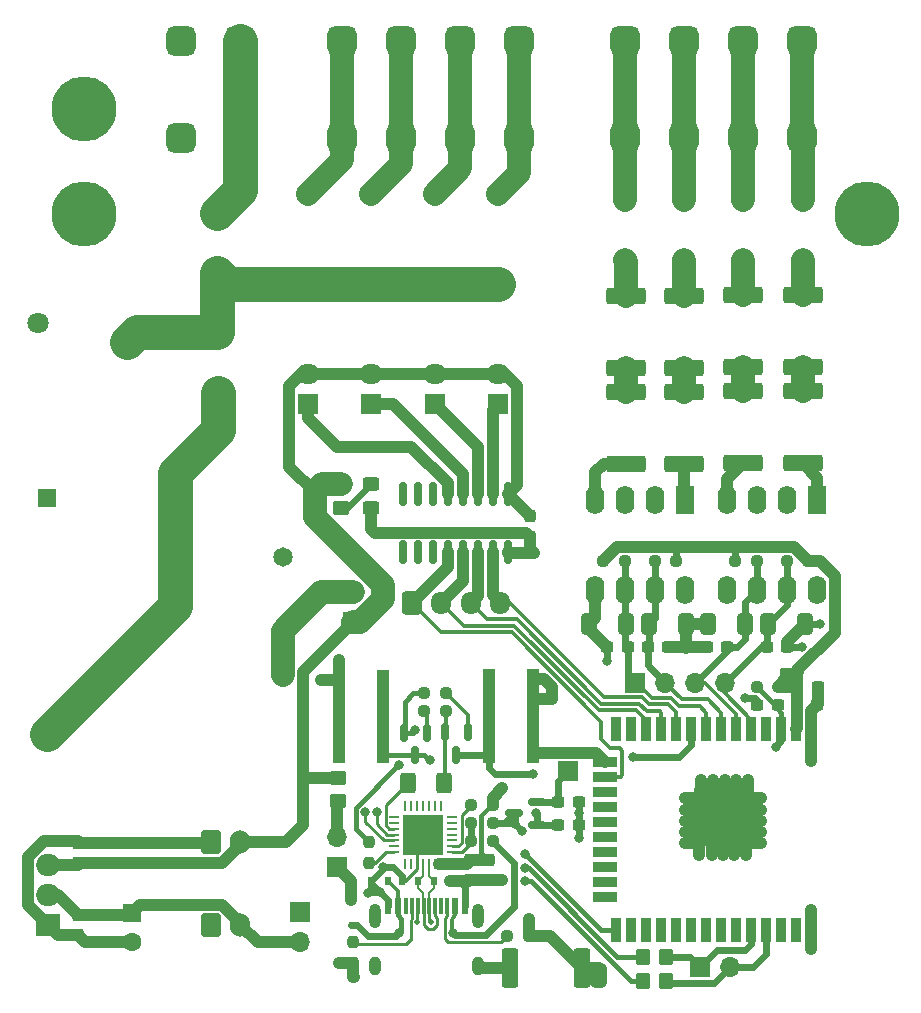
<source format=gtl>
G04 #@! TF.GenerationSoftware,KiCad,Pcbnew,(6.0.2)*
G04 #@! TF.CreationDate,2022-02-26T22:04:41+01:00*
G04 #@! TF.ProjectId,hamodule,68616d6f-6475-46c6-952e-6b696361645f,rev?*
G04 #@! TF.SameCoordinates,Original*
G04 #@! TF.FileFunction,Copper,L1,Top*
G04 #@! TF.FilePolarity,Positive*
%FSLAX46Y46*%
G04 Gerber Fmt 4.6, Leading zero omitted, Abs format (unit mm)*
G04 Created by KiCad (PCBNEW (6.0.2)) date 2022-02-26 22:04:41*
%MOMM*%
%LPD*%
G01*
G04 APERTURE LIST*
G04 Aperture macros list*
%AMRoundRect*
0 Rectangle with rounded corners*
0 $1 Rounding radius*
0 $2 $3 $4 $5 $6 $7 $8 $9 X,Y pos of 4 corners*
0 Add a 4 corners polygon primitive as box body*
4,1,4,$2,$3,$4,$5,$6,$7,$8,$9,$2,$3,0*
0 Add four circle primitives for the rounded corners*
1,1,$1+$1,$2,$3*
1,1,$1+$1,$4,$5*
1,1,$1+$1,$6,$7*
1,1,$1+$1,$8,$9*
0 Add four rect primitives between the rounded corners*
20,1,$1+$1,$2,$3,$4,$5,0*
20,1,$1+$1,$4,$5,$6,$7,0*
20,1,$1+$1,$6,$7,$8,$9,0*
20,1,$1+$1,$8,$9,$2,$3,0*%
G04 Aperture macros list end*
G04 #@! TA.AperFunction,ComponentPad*
%ADD10R,1.700000X1.700000*%
G04 #@! TD*
G04 #@! TA.AperFunction,ComponentPad*
%ADD11O,1.700000X1.700000*%
G04 #@! TD*
G04 #@! TA.AperFunction,SMDPad,CuDef*
%ADD12RoundRect,0.250000X-0.412500X-0.650000X0.412500X-0.650000X0.412500X0.650000X-0.412500X0.650000X0*%
G04 #@! TD*
G04 #@! TA.AperFunction,SMDPad,CuDef*
%ADD13RoundRect,0.249999X-1.425001X0.450001X-1.425001X-0.450001X1.425001X-0.450001X1.425001X0.450001X0*%
G04 #@! TD*
G04 #@! TA.AperFunction,ComponentPad*
%ADD14C,1.800000*%
G04 #@! TD*
G04 #@! TA.AperFunction,SMDPad,CuDef*
%ADD15RoundRect,0.250000X0.450000X-0.325000X0.450000X0.325000X-0.450000X0.325000X-0.450000X-0.325000X0*%
G04 #@! TD*
G04 #@! TA.AperFunction,SMDPad,CuDef*
%ADD16RoundRect,0.250000X0.450000X-0.350000X0.450000X0.350000X-0.450000X0.350000X-0.450000X-0.350000X0*%
G04 #@! TD*
G04 #@! TA.AperFunction,ComponentPad*
%ADD17RoundRect,0.250000X-0.600000X-0.750000X0.600000X-0.750000X0.600000X0.750000X-0.600000X0.750000X0*%
G04 #@! TD*
G04 #@! TA.AperFunction,ComponentPad*
%ADD18O,1.700000X2.000000*%
G04 #@! TD*
G04 #@! TA.AperFunction,SMDPad,CuDef*
%ADD19RoundRect,0.237500X-0.237500X0.300000X-0.237500X-0.300000X0.237500X-0.300000X0.237500X0.300000X0*%
G04 #@! TD*
G04 #@! TA.AperFunction,SMDPad,CuDef*
%ADD20RoundRect,0.237500X0.237500X-0.300000X0.237500X0.300000X-0.237500X0.300000X-0.237500X-0.300000X0*%
G04 #@! TD*
G04 #@! TA.AperFunction,ComponentPad*
%ADD21RoundRect,0.250000X-0.600000X-0.725000X0.600000X-0.725000X0.600000X0.725000X-0.600000X0.725000X0*%
G04 #@! TD*
G04 #@! TA.AperFunction,ComponentPad*
%ADD22O,1.700000X1.950000*%
G04 #@! TD*
G04 #@! TA.AperFunction,ComponentPad*
%ADD23R,1.650000X1.650000*%
G04 #@! TD*
G04 #@! TA.AperFunction,ComponentPad*
%ADD24C,1.650000*%
G04 #@! TD*
G04 #@! TA.AperFunction,ComponentPad*
%ADD25R,2.000000X1.905000*%
G04 #@! TD*
G04 #@! TA.AperFunction,ComponentPad*
%ADD26O,2.000000X1.905000*%
G04 #@! TD*
G04 #@! TA.AperFunction,ComponentPad*
%ADD27C,2.000000*%
G04 #@! TD*
G04 #@! TA.AperFunction,ComponentPad*
%ADD28O,1.950000X1.700000*%
G04 #@! TD*
G04 #@! TA.AperFunction,ComponentPad*
%ADD29RoundRect,0.625000X0.625000X0.625000X-0.625000X0.625000X-0.625000X-0.625000X0.625000X-0.625000X0*%
G04 #@! TD*
G04 #@! TA.AperFunction,ComponentPad*
%ADD30C,5.500000*%
G04 #@! TD*
G04 #@! TA.AperFunction,SMDPad,CuDef*
%ADD31RoundRect,0.150000X0.150000X-0.825000X0.150000X0.825000X-0.150000X0.825000X-0.150000X-0.825000X0*%
G04 #@! TD*
G04 #@! TA.AperFunction,SMDPad,CuDef*
%ADD32RoundRect,0.237500X-0.300000X-0.237500X0.300000X-0.237500X0.300000X0.237500X-0.300000X0.237500X0*%
G04 #@! TD*
G04 #@! TA.AperFunction,SMDPad,CuDef*
%ADD33RoundRect,0.237500X0.300000X0.237500X-0.300000X0.237500X-0.300000X-0.237500X0.300000X-0.237500X0*%
G04 #@! TD*
G04 #@! TA.AperFunction,SMDPad,CuDef*
%ADD34RoundRect,0.250000X0.412500X0.650000X-0.412500X0.650000X-0.412500X-0.650000X0.412500X-0.650000X0*%
G04 #@! TD*
G04 #@! TA.AperFunction,ComponentPad*
%ADD35R,1.600000X2.400000*%
G04 #@! TD*
G04 #@! TA.AperFunction,ComponentPad*
%ADD36O,1.600000X2.400000*%
G04 #@! TD*
G04 #@! TA.AperFunction,SMDPad,CuDef*
%ADD37RoundRect,0.237500X-0.250000X-0.237500X0.250000X-0.237500X0.250000X0.237500X-0.250000X0.237500X0*%
G04 #@! TD*
G04 #@! TA.AperFunction,SMDPad,CuDef*
%ADD38RoundRect,0.150000X-0.150000X0.587500X-0.150000X-0.587500X0.150000X-0.587500X0.150000X0.587500X0*%
G04 #@! TD*
G04 #@! TA.AperFunction,SMDPad,CuDef*
%ADD39RoundRect,0.237500X0.250000X0.237500X-0.250000X0.237500X-0.250000X-0.237500X0.250000X-0.237500X0*%
G04 #@! TD*
G04 #@! TA.AperFunction,SMDPad,CuDef*
%ADD40R,0.600000X0.700000*%
G04 #@! TD*
G04 #@! TA.AperFunction,SMDPad,CuDef*
%ADD41R,1.100000X1.800000*%
G04 #@! TD*
G04 #@! TA.AperFunction,SMDPad,CuDef*
%ADD42RoundRect,0.237500X-0.237500X0.250000X-0.237500X-0.250000X0.237500X-0.250000X0.237500X0.250000X0*%
G04 #@! TD*
G04 #@! TA.AperFunction,SMDPad,CuDef*
%ADD43R,0.450000X0.600000*%
G04 #@! TD*
G04 #@! TA.AperFunction,SMDPad,CuDef*
%ADD44R,0.900000X2.000000*%
G04 #@! TD*
G04 #@! TA.AperFunction,SMDPad,CuDef*
%ADD45R,2.000000X0.900000*%
G04 #@! TD*
G04 #@! TA.AperFunction,SMDPad,CuDef*
%ADD46R,5.000000X5.000000*%
G04 #@! TD*
G04 #@! TA.AperFunction,SMDPad,CuDef*
%ADD47RoundRect,0.150000X0.587500X0.150000X-0.587500X0.150000X-0.587500X-0.150000X0.587500X-0.150000X0*%
G04 #@! TD*
G04 #@! TA.AperFunction,SMDPad,CuDef*
%ADD48RoundRect,0.250000X0.400000X0.625000X-0.400000X0.625000X-0.400000X-0.625000X0.400000X-0.625000X0*%
G04 #@! TD*
G04 #@! TA.AperFunction,SMDPad,CuDef*
%ADD49RoundRect,0.250000X0.350000X0.450000X-0.350000X0.450000X-0.350000X-0.450000X0.350000X-0.450000X0*%
G04 #@! TD*
G04 #@! TA.AperFunction,SMDPad,CuDef*
%ADD50RoundRect,0.062500X0.062500X-0.337500X0.062500X0.337500X-0.062500X0.337500X-0.062500X-0.337500X0*%
G04 #@! TD*
G04 #@! TA.AperFunction,SMDPad,CuDef*
%ADD51RoundRect,0.062500X0.337500X-0.062500X0.337500X0.062500X-0.337500X0.062500X-0.337500X-0.062500X0*%
G04 #@! TD*
G04 #@! TA.AperFunction,SMDPad,CuDef*
%ADD52R,3.350000X3.350000*%
G04 #@! TD*
G04 #@! TA.AperFunction,ComponentPad*
%ADD53C,1.408000*%
G04 #@! TD*
G04 #@! TA.AperFunction,SMDPad,CuDef*
%ADD54R,0.600000X1.450000*%
G04 #@! TD*
G04 #@! TA.AperFunction,SMDPad,CuDef*
%ADD55R,0.300000X1.450000*%
G04 #@! TD*
G04 #@! TA.AperFunction,ComponentPad*
%ADD56O,1.000000X2.100000*%
G04 #@! TD*
G04 #@! TA.AperFunction,ComponentPad*
%ADD57O,1.000000X1.600000*%
G04 #@! TD*
G04 #@! TA.AperFunction,SMDPad,CuDef*
%ADD58RoundRect,0.250000X-0.450000X0.350000X-0.450000X-0.350000X0.450000X-0.350000X0.450000X0.350000X0*%
G04 #@! TD*
G04 #@! TA.AperFunction,SMDPad,CuDef*
%ADD59RoundRect,0.249999X-0.450001X-1.425001X0.450001X-1.425001X0.450001X1.425001X-0.450001X1.425001X0*%
G04 #@! TD*
G04 #@! TA.AperFunction,ComponentPad*
%ADD60R,1.600000X1.600000*%
G04 #@! TD*
G04 #@! TA.AperFunction,ComponentPad*
%ADD61C,1.600000*%
G04 #@! TD*
G04 #@! TA.AperFunction,ViaPad*
%ADD62C,0.800000*%
G04 #@! TD*
G04 #@! TA.AperFunction,ViaPad*
%ADD63C,0.500000*%
G04 #@! TD*
G04 #@! TA.AperFunction,Conductor*
%ADD64C,3.000000*%
G04 #@! TD*
G04 #@! TA.AperFunction,Conductor*
%ADD65C,1.000000*%
G04 #@! TD*
G04 #@! TA.AperFunction,Conductor*
%ADD66C,2.000000*%
G04 #@! TD*
G04 #@! TA.AperFunction,Conductor*
%ADD67C,0.250000*%
G04 #@! TD*
G04 #@! TA.AperFunction,Conductor*
%ADD68C,0.600000*%
G04 #@! TD*
G04 #@! TA.AperFunction,Conductor*
%ADD69C,0.350000*%
G04 #@! TD*
G04 #@! TA.AperFunction,Conductor*
%ADD70C,0.400000*%
G04 #@! TD*
G04 #@! TA.AperFunction,Conductor*
%ADD71C,0.200000*%
G04 #@! TD*
G04 APERTURE END LIST*
D10*
X150558500Y-144538700D03*
D11*
X150558500Y-147078700D03*
D12*
X180097900Y-120103900D03*
X183222900Y-120103900D03*
D13*
X178142900Y-92316300D03*
X178142900Y-98416300D03*
X183070500Y-92316300D03*
X183070500Y-98416300D03*
D14*
X128386500Y-94623500D03*
X135886500Y-96256830D03*
D13*
X183070500Y-100444300D03*
X183070500Y-106544300D03*
X178142900Y-100444300D03*
X178142900Y-106544300D03*
D15*
X156604500Y-110313500D03*
X156604500Y-108263500D03*
D16*
X154064500Y-110297500D03*
X154064500Y-108297500D03*
D17*
X143009300Y-138603500D03*
D18*
X145509300Y-138603500D03*
D10*
X155080500Y-119965500D03*
D11*
X155080500Y-117425500D03*
D19*
X131762500Y-144752000D03*
X131762500Y-146477000D03*
D20*
X131762500Y-140381000D03*
X131762500Y-138656000D03*
D21*
X160026500Y-118314500D03*
D22*
X162526500Y-118314500D03*
X165026500Y-118314500D03*
X167526500Y-118314500D03*
D19*
X170066500Y-110984000D03*
X170066500Y-112709000D03*
D23*
X129136100Y-109443500D03*
D24*
X129136100Y-129443500D03*
X149136100Y-124443500D03*
X149136100Y-114443500D03*
D25*
X129222500Y-145605500D03*
D26*
X129222500Y-143065500D03*
X129222500Y-140525500D03*
D27*
X151218900Y-83731100D03*
X151218900Y-91351100D03*
D10*
X151218900Y-101511100D03*
D28*
X151218900Y-98971100D03*
D27*
X156616400Y-83711601D03*
X156616400Y-91331601D03*
D10*
X156616400Y-101491601D03*
D28*
X156616400Y-98951601D03*
D27*
X167358400Y-83711601D03*
X167358400Y-91331601D03*
D10*
X167358400Y-101491601D03*
D28*
X167358400Y-98951601D03*
D29*
X169146500Y-78953500D03*
X169146500Y-70753501D03*
X164146500Y-78953500D03*
X164146500Y-70753501D03*
X159146500Y-78953500D03*
X159146500Y-70753501D03*
X154146500Y-78953500D03*
X154146500Y-70753501D03*
X145500100Y-78977099D03*
X145500100Y-70777100D03*
X140500100Y-78977099D03*
X140500100Y-70777100D03*
X193106500Y-78913499D03*
X193106500Y-70713500D03*
X188106500Y-78913499D03*
X188106500Y-70713500D03*
X183106500Y-78913499D03*
X183106500Y-70713500D03*
X178106500Y-78913499D03*
X178106500Y-70713500D03*
D27*
X143546500Y-85283500D03*
X143536500Y-90363500D03*
D30*
X198564500Y-85407500D03*
X132270500Y-85407500D03*
D27*
X161960900Y-83711601D03*
X161960900Y-91331601D03*
D10*
X161960900Y-101491601D03*
D28*
X161960900Y-98951601D03*
D30*
X132256500Y-76503500D03*
D31*
X159271500Y-114058500D03*
X160541500Y-114058500D03*
X161811500Y-114058500D03*
X163081500Y-114058500D03*
X164351500Y-114058500D03*
X165621500Y-114058500D03*
X166891500Y-114058500D03*
X168161500Y-114058500D03*
X168161500Y-109108500D03*
X166891500Y-109108500D03*
X165621500Y-109108500D03*
X164351500Y-109108500D03*
X163081500Y-109108500D03*
X161811500Y-109108500D03*
X160541500Y-109108500D03*
X159271500Y-109108500D03*
D32*
X180022500Y-122085100D03*
X181747500Y-122085100D03*
D33*
X186725900Y-122085100D03*
X185000900Y-122085100D03*
D34*
X188239800Y-120103900D03*
X185114800Y-120103900D03*
D12*
X190182500Y-120103900D03*
X193307500Y-120103900D03*
D13*
X193128900Y-100393500D03*
X193128900Y-106493500D03*
X188099700Y-92265500D03*
X188099700Y-98365500D03*
X193128900Y-92261500D03*
X193128900Y-98361500D03*
D35*
X183172100Y-109639100D03*
D36*
X180632100Y-109639100D03*
X178092100Y-109639100D03*
X175552100Y-109639100D03*
X175552100Y-117259100D03*
X178092100Y-117259100D03*
X180632100Y-117259100D03*
X183172100Y-117259100D03*
D35*
X194348100Y-109639100D03*
D36*
X191808100Y-109639100D03*
X189268100Y-109639100D03*
X186728100Y-109639100D03*
X186728100Y-117259100D03*
X189268100Y-117259100D03*
X191808100Y-117259100D03*
X194348100Y-117259100D03*
D13*
X188099700Y-100393500D03*
X188099700Y-106493500D03*
D33*
X178295300Y-122085100D03*
X176570300Y-122085100D03*
D32*
X190080900Y-122085100D03*
X191805900Y-122085100D03*
D37*
X189256000Y-125412500D03*
X191081000Y-125412500D03*
D32*
X192659000Y-125412500D03*
X194384000Y-125412500D03*
D33*
X191018500Y-126936500D03*
X189293500Y-126936500D03*
D38*
X164746500Y-129298500D03*
X162846500Y-129298500D03*
X163796500Y-131173500D03*
D37*
X161071500Y-127513500D03*
X162896500Y-127513500D03*
D39*
X162896500Y-125983500D03*
X161071500Y-125983500D03*
D40*
X157983000Y-141900900D03*
X156583000Y-141900900D03*
D17*
X143009300Y-145580100D03*
D18*
X145509300Y-145580100D03*
D41*
X166566500Y-124803500D03*
X166566500Y-131003500D03*
X170266500Y-131003500D03*
X170266500Y-124803500D03*
X157556500Y-124833500D03*
X157556500Y-131033500D03*
X153856500Y-124833500D03*
X153856500Y-131033500D03*
D19*
X164974900Y-140078300D03*
X164974900Y-141803300D03*
D37*
X165065500Y-135410900D03*
X166890500Y-135410900D03*
D39*
X166890500Y-138458900D03*
X165065500Y-138458900D03*
D37*
X165065500Y-136934900D03*
X166890500Y-136934900D03*
D19*
X166574900Y-140084800D03*
X166574900Y-141809800D03*
D42*
X156406500Y-138553000D03*
X156406500Y-140378000D03*
D43*
X154876500Y-143514100D03*
X154876500Y-145614100D03*
D40*
X160583000Y-141900900D03*
X159183000Y-141900900D03*
X161893000Y-141900900D03*
X163293000Y-141900900D03*
D44*
X193865500Y-128986500D03*
X192595500Y-128986500D03*
X191325500Y-128986500D03*
X190055500Y-128986500D03*
X188785500Y-128986500D03*
X187515500Y-128986500D03*
X186245500Y-128986500D03*
X184975500Y-128986500D03*
X183705500Y-128986500D03*
X182435500Y-128986500D03*
X181165500Y-128986500D03*
X179895500Y-128986500D03*
X178625500Y-128986500D03*
X177355500Y-128986500D03*
D45*
X176355500Y-131771500D03*
X176355500Y-133041500D03*
X176355500Y-134311500D03*
X176355500Y-135581500D03*
X176355500Y-136851500D03*
X176355500Y-138121500D03*
X176355500Y-139391500D03*
X176355500Y-140661500D03*
X176355500Y-141931500D03*
X176355500Y-143201500D03*
D44*
X177355500Y-145986500D03*
X178625500Y-145986500D03*
X179895500Y-145986500D03*
X181165500Y-145986500D03*
X182435500Y-145986500D03*
X183705500Y-145986500D03*
X184975500Y-145986500D03*
X186245500Y-145986500D03*
X187515500Y-145986500D03*
X188785500Y-145986500D03*
X190055500Y-145986500D03*
X191325500Y-145986500D03*
X192595500Y-145986500D03*
X193865500Y-145986500D03*
D46*
X186365500Y-136486500D03*
D38*
X161286500Y-129308500D03*
X159386500Y-129308500D03*
X160336500Y-131183500D03*
D10*
X178955700Y-125082300D03*
D11*
X181495700Y-125082300D03*
X184035700Y-125082300D03*
X186575700Y-125082300D03*
D10*
X184442100Y-149161500D03*
D11*
X186982100Y-149161500D03*
D47*
X170596800Y-137091500D03*
X170596800Y-135191500D03*
X168721800Y-136141500D03*
D48*
X162779000Y-133575500D03*
X159679000Y-133575500D03*
D49*
X181578000Y-150304500D03*
X179578000Y-150304500D03*
X181578000Y-148272500D03*
X179578000Y-148272500D03*
D50*
X159483000Y-140390900D03*
X159983000Y-140390900D03*
X160483000Y-140390900D03*
X160983000Y-140390900D03*
X161483000Y-140390900D03*
X161983000Y-140390900D03*
X162483000Y-140390900D03*
D51*
X163433000Y-139440900D03*
X163433000Y-138940900D03*
X163433000Y-138440900D03*
X163433000Y-137940900D03*
X163433000Y-137440900D03*
X163433000Y-136940900D03*
X163433000Y-136440900D03*
D50*
X162483000Y-135490900D03*
X161983000Y-135490900D03*
X161483000Y-135490900D03*
X160983000Y-135490900D03*
X160483000Y-135490900D03*
X159983000Y-135490900D03*
X159483000Y-135490900D03*
D51*
X158533000Y-136440900D03*
X158533000Y-136940900D03*
X158533000Y-137440900D03*
X158533000Y-137940900D03*
X158533000Y-138440900D03*
X158533000Y-138940900D03*
X158533000Y-139440900D03*
D52*
X160983000Y-137940900D03*
D32*
X192648500Y-126936500D03*
X194373500Y-126936500D03*
D34*
X178168300Y-120103900D03*
X175043300Y-120103900D03*
D10*
X153733500Y-140708300D03*
D11*
X153733500Y-138168300D03*
D32*
X172446500Y-137093500D03*
X174171500Y-137093500D03*
X172446500Y-135193500D03*
X174171500Y-135193500D03*
D37*
X168096500Y-146513500D03*
X169921500Y-146513500D03*
X187413900Y-114795300D03*
X189238900Y-114795300D03*
D53*
X183070500Y-89319100D03*
X183070500Y-84239100D03*
D37*
X176241700Y-114795300D03*
X178066700Y-114795300D03*
D53*
X193128900Y-89319100D03*
X193128900Y-84239100D03*
D54*
X158023000Y-143955900D03*
X158823000Y-143955900D03*
D55*
X160023000Y-143955900D03*
X161023000Y-143955900D03*
X161523000Y-143955900D03*
X162523000Y-143955900D03*
D54*
X163723000Y-143955900D03*
X164523000Y-143955900D03*
X164523000Y-143955900D03*
X163723000Y-143955900D03*
D55*
X163023000Y-143955900D03*
X162023000Y-143955900D03*
X160523000Y-143955900D03*
X159523000Y-143955900D03*
D54*
X158823000Y-143955900D03*
X158023000Y-143955900D03*
D56*
X165593000Y-144870900D03*
D57*
X165593000Y-149050900D03*
D56*
X156953000Y-144870900D03*
D57*
X156953000Y-149050900D03*
D39*
X193607700Y-114795300D03*
X191782700Y-114795300D03*
D53*
X188099700Y-89319100D03*
X188099700Y-84239100D03*
D27*
X143546500Y-95413500D03*
X143536500Y-100493500D03*
D10*
X173236500Y-132583500D03*
D58*
X153806500Y-133135500D03*
X153806500Y-135135500D03*
D59*
X168326500Y-149243500D03*
X174426500Y-149243500D03*
D60*
X136334500Y-144575521D03*
D61*
X136334500Y-147075521D03*
D53*
X178092100Y-89319100D03*
X178092100Y-84239100D03*
D39*
X182435500Y-114795300D03*
X180610500Y-114795300D03*
D42*
X155086500Y-147013500D03*
X155086500Y-148838500D03*
D62*
X170573700Y-136105900D03*
X167701500Y-134028500D03*
X191731900Y-124421900D03*
X192671700Y-124432420D03*
X190836500Y-130523500D03*
X170286500Y-132823500D03*
D63*
X160503000Y-145380900D03*
X161623000Y-145380900D03*
D62*
X169646500Y-139593500D03*
X161536500Y-131663500D03*
X160296500Y-129123000D03*
X158966500Y-132033500D03*
X158983000Y-146300784D03*
X163543000Y-146300900D03*
X178752500Y-131409620D03*
X193846500Y-147643500D03*
X183172100Y-135851900D03*
X184340500Y-139712700D03*
X185407300Y-139712700D03*
X186372500Y-139712700D03*
X188353700Y-139712700D03*
X187337700Y-139712700D03*
X185559700Y-133311900D03*
X189572900Y-136766300D03*
X162116300Y-136856500D03*
X160926500Y-139103900D03*
X157356500Y-142843500D03*
X184492900Y-133311900D03*
X159786500Y-139103900D03*
X188201300Y-126403100D03*
X157856500Y-112383490D03*
X155106500Y-150003500D03*
X162106500Y-139173900D03*
X193856500Y-144343500D03*
X189572900Y-135851900D03*
X183781700Y-122085100D03*
X174186500Y-136153500D03*
X171912632Y-125487368D03*
X186524900Y-133311900D03*
X189572900Y-137731500D03*
X169436500Y-114123500D03*
X171916500Y-126443500D03*
X193078100Y-122085100D03*
X176026500Y-150453500D03*
X183172100Y-138645900D03*
X193865500Y-130644900D03*
X156896490Y-112383490D03*
X170406500Y-114103500D03*
X158846500Y-112383500D03*
X167755100Y-141809500D03*
X159796500Y-137999500D03*
X160922500Y-137974100D03*
X160922500Y-136856500D03*
X169936500Y-145103500D03*
X152346500Y-124823500D03*
X187490100Y-133311900D03*
X183172100Y-134886700D03*
X157612099Y-140708899D03*
X174186500Y-138213500D03*
X153856500Y-123153500D03*
X176568100Y-123253500D03*
X176026500Y-149363500D03*
X183172100Y-136766300D03*
X168736500Y-137013500D03*
X182918100Y-122085100D03*
X156324300Y-142862300D03*
X153826500Y-148833500D03*
X159804900Y-136881900D03*
X164021100Y-141900900D03*
X183172100Y-137731500D03*
X189572900Y-134886700D03*
X189572900Y-138645900D03*
X194602100Y-120103900D03*
X169336500Y-137673500D03*
X162090900Y-137948700D03*
X193865500Y-131686300D03*
X188506100Y-133311900D03*
X169626500Y-140793500D03*
X156066500Y-136005500D03*
X157083980Y-136013900D03*
X169583900Y-141885700D03*
D64*
X143536500Y-90363500D02*
X143536500Y-95403500D01*
X143546500Y-95413500D02*
X136729830Y-95413500D01*
X143536500Y-95403500D02*
X143546500Y-95413500D01*
X167358400Y-91331601D02*
X144504601Y-91331601D01*
X144504601Y-91331601D02*
X143536500Y-90363500D01*
X136729830Y-95413500D02*
X135886500Y-96256830D01*
D65*
X145509300Y-138603500D02*
X145509300Y-138796324D01*
D66*
X157586500Y-116820909D02*
X151806500Y-111040909D01*
D65*
X151218900Y-98971100D02*
X167338901Y-98971100D01*
X151806500Y-108933500D02*
X149669389Y-106796389D01*
X167338901Y-98971100D02*
X167358400Y-98951601D01*
X167917422Y-98951601D02*
X167358400Y-98951601D01*
X149669389Y-99961589D02*
X150659878Y-98971100D01*
X150835620Y-137160380D02*
X149392500Y-138603500D01*
X143924624Y-140381000D02*
X131762500Y-140381000D01*
X131762500Y-140543500D02*
X129240500Y-140543500D01*
X155080500Y-119965500D02*
X150835620Y-124210380D01*
X150974500Y-133135500D02*
X150835620Y-133274380D01*
X149392500Y-138603500D02*
X145509300Y-138603500D01*
X145509300Y-138796324D02*
X143924624Y-140381000D01*
X150835620Y-133274380D02*
X150835620Y-137160380D01*
X168907911Y-108362089D02*
X168907911Y-99942090D01*
X150659878Y-98971100D02*
X151218900Y-98971100D01*
X168907911Y-99942090D02*
X167917422Y-98951601D01*
X149669389Y-106796389D02*
X149669389Y-99961589D01*
D66*
X151806500Y-108933500D02*
X152442500Y-108297500D01*
X151806500Y-111040909D02*
X151806500Y-108933500D01*
D65*
X168161500Y-109108500D02*
X168907911Y-108362089D01*
D66*
X157586500Y-118030091D02*
X157586500Y-116820909D01*
X152442500Y-108297500D02*
X154064500Y-108297500D01*
X155080500Y-119965500D02*
X155651091Y-119965500D01*
D65*
X153806500Y-133135500D02*
X150974500Y-133135500D01*
X170037000Y-110984000D02*
X168161500Y-109108500D01*
X150835620Y-124210380D02*
X150835620Y-133274380D01*
D66*
X155651091Y-119965500D02*
X157586500Y-118030091D01*
D65*
X195866500Y-120851644D02*
X195866500Y-116053500D01*
D67*
X166574900Y-140084800D02*
X166003480Y-139513380D01*
D68*
X182435500Y-114795300D02*
X182435500Y-113699060D01*
D65*
X166890500Y-134839500D02*
X167701500Y-134028500D01*
X177416220Y-113620780D02*
X176241700Y-114795300D01*
X193607700Y-114795300D02*
X193595346Y-114795300D01*
X192659000Y-125412500D02*
X192659000Y-128923000D01*
D68*
X172444500Y-137091500D02*
X172446500Y-137093500D01*
X170596800Y-136129000D02*
X170573700Y-136105900D01*
D69*
X165927520Y-136336380D02*
X166853000Y-135410900D01*
D65*
X182513780Y-113620780D02*
X177416220Y-113620780D01*
X192671700Y-124046444D02*
X195866500Y-120851644D01*
D67*
X166003480Y-136260420D02*
X166853000Y-135410900D01*
X166003480Y-139513380D02*
X166003480Y-136260420D01*
D65*
X194608300Y-114795300D02*
X193607700Y-114795300D01*
D68*
X187413900Y-113680900D02*
X187353780Y-113620780D01*
D65*
X191731900Y-124724100D02*
X191043500Y-125412500D01*
D69*
X165747200Y-140084800D02*
X165927520Y-139904480D01*
D65*
X193595346Y-114795300D02*
X192420826Y-113620780D01*
X192659000Y-125412500D02*
X192659000Y-124445120D01*
X164662300Y-140390900D02*
X162307520Y-140390900D01*
D68*
X182435500Y-113699060D02*
X182513780Y-113620780D01*
D65*
X166890500Y-135410900D02*
X166890500Y-134839500D01*
X187353780Y-113620780D02*
X182513780Y-113620780D01*
D68*
X170596800Y-137091500D02*
X170596800Y-136129000D01*
X170596800Y-137091500D02*
X172444500Y-137091500D01*
D65*
X166574900Y-140084800D02*
X165747200Y-140084800D01*
X192659000Y-128923000D02*
X192595500Y-128986500D01*
D69*
X165927520Y-139904480D02*
X165927520Y-136336380D01*
D65*
X191731900Y-124421900D02*
X191731900Y-124724100D01*
D68*
X187413900Y-114795300D02*
X187413900Y-113680900D01*
D65*
X165747200Y-140084800D02*
X164981400Y-140084800D01*
X192671700Y-124432420D02*
X192671700Y-124046444D01*
X192659000Y-124445120D02*
X192671700Y-124432420D01*
X192420826Y-113620780D02*
X187353780Y-113620780D01*
X195866500Y-116053500D02*
X194608300Y-114795300D01*
X164974900Y-140078300D02*
X164662300Y-140390900D01*
X164981400Y-140084800D02*
X164974900Y-140078300D01*
X191043500Y-125412500D02*
X192659000Y-125412500D01*
D66*
X193128900Y-84239100D02*
X193128900Y-78935899D01*
X193128900Y-78935899D02*
X193106500Y-78913499D01*
X193106500Y-78913499D02*
X193106500Y-70713500D01*
X188099700Y-78920299D02*
X188106500Y-78913499D01*
X188106500Y-70713500D02*
X188106500Y-78913499D01*
X188099700Y-84239100D02*
X188099700Y-78920299D01*
X183070500Y-84239100D02*
X183070500Y-70749500D01*
X183070500Y-70749500D02*
X183106500Y-70713500D01*
X178106500Y-70713500D02*
X178106500Y-78913499D01*
X178106500Y-84224700D02*
X178092100Y-84239100D01*
X178106500Y-78913499D02*
X178106500Y-84224700D01*
X169146500Y-70753501D02*
X169146500Y-81923501D01*
X169146500Y-81923501D02*
X167358400Y-83711601D01*
X164146500Y-81526001D02*
X161960900Y-83711601D01*
X164146500Y-70753501D02*
X164146500Y-81526001D01*
X159146500Y-81181501D02*
X156616400Y-83711601D01*
X159146500Y-70753501D02*
X159146500Y-81181501D01*
X154146500Y-80803500D02*
X151218900Y-83731100D01*
X154146500Y-70753501D02*
X154146500Y-80803500D01*
D65*
X160002902Y-105123500D02*
X153656500Y-105123500D01*
X163081500Y-109108500D02*
X163081500Y-108202098D01*
X163081500Y-108202098D02*
X160002902Y-105123500D01*
X153656500Y-105123500D02*
X151218900Y-102685900D01*
X151218900Y-102685900D02*
X151218900Y-101511100D01*
X156616400Y-101491601D02*
X158466400Y-101491601D01*
X158466400Y-101491601D02*
X164351500Y-107376701D01*
X164351500Y-107376701D02*
X164351500Y-109108500D01*
X165621500Y-109108500D02*
X165621500Y-105152201D01*
X165621500Y-105152201D02*
X161960900Y-101491601D01*
X166891500Y-101958501D02*
X166891500Y-109108500D01*
X167358400Y-101491601D02*
X166891500Y-101958501D01*
D68*
X178066700Y-114795300D02*
X178066700Y-117233700D01*
X178092100Y-117259100D02*
X178092100Y-121881900D01*
D69*
X184975500Y-127636500D02*
X184393220Y-127054220D01*
X181988562Y-126352300D02*
X180378100Y-126352300D01*
X184975500Y-128986500D02*
X184975500Y-127636500D01*
D68*
X178092100Y-121881900D02*
X178295300Y-122085100D01*
D69*
X184393220Y-127054220D02*
X182690481Y-127054219D01*
D68*
X178295300Y-124421900D02*
X178955700Y-125082300D01*
D69*
X179108100Y-125082300D02*
X178955700Y-125082300D01*
D68*
X178066700Y-117233700D02*
X178092100Y-117259100D01*
D69*
X182690481Y-127054219D02*
X181988562Y-126352300D01*
D68*
X178295300Y-122085100D02*
X178295300Y-124421900D01*
D69*
X180378100Y-126352300D02*
X179108100Y-125082300D01*
X182918100Y-126504700D02*
X185113700Y-126504700D01*
X186245500Y-127636500D02*
X186245500Y-128986500D01*
D68*
X180022500Y-123609100D02*
X181495700Y-125082300D01*
D69*
X181495700Y-125082300D02*
X182918100Y-126504700D01*
D68*
X180610500Y-114795300D02*
X180610500Y-117237500D01*
X180097900Y-120103900D02*
X180097900Y-122009700D01*
D69*
X185113700Y-126504700D02*
X186245500Y-127636500D01*
D68*
X180022500Y-122085100D02*
X180022500Y-123609100D01*
X180610500Y-117237500D02*
X180632100Y-117259100D01*
X180097900Y-122009700D02*
X180022500Y-122085100D01*
X180632100Y-117259100D02*
X180632100Y-119569700D01*
X180632100Y-119569700D02*
X180097900Y-120103900D01*
D69*
X187515500Y-127749300D02*
X187510979Y-127749300D01*
D68*
X189238900Y-117229900D02*
X189268100Y-117259100D01*
X188239800Y-120103900D02*
X188239800Y-121373108D01*
X188239800Y-121373108D02*
X187527808Y-122085100D01*
X187527808Y-122085100D02*
X186725900Y-122085100D01*
X188239800Y-118287400D02*
X189268100Y-117259100D01*
X186725900Y-122392100D02*
X184035700Y-125082300D01*
D69*
X187515500Y-128986500D02*
X187515500Y-127749300D01*
X187510979Y-127749300D02*
X184843979Y-125082300D01*
D68*
X186725900Y-122085100D02*
X186725900Y-122392100D01*
X188239800Y-120103900D02*
X188239800Y-118287400D01*
X189238900Y-114795300D02*
X189238900Y-117229900D01*
D69*
X184843979Y-125082300D02*
X184035700Y-125082300D01*
D68*
X191782700Y-114795300D02*
X191782700Y-117233700D01*
D69*
X186575700Y-125082300D02*
X186575700Y-125996700D01*
D68*
X190080900Y-122085100D02*
X189572900Y-122085100D01*
X190080900Y-122085100D02*
X190080900Y-120205500D01*
D69*
X186575700Y-125996700D02*
X188785500Y-128206500D01*
D68*
X191808100Y-118478300D02*
X190182500Y-120103900D01*
X191808100Y-117259100D02*
X191808100Y-118478300D01*
X189572900Y-122085100D02*
X186575700Y-125082300D01*
X190080900Y-120205500D02*
X190182500Y-120103900D01*
D69*
X188785500Y-128206500D02*
X188785500Y-128986500D01*
D68*
X191782700Y-117233700D02*
X191808100Y-117259100D01*
D69*
X177855011Y-132891989D02*
X177705500Y-133041500D01*
X176771300Y-130619500D02*
X177634900Y-130619500D01*
X177634900Y-130619500D02*
X177855011Y-130839611D01*
X177855011Y-130839611D02*
X177855011Y-132891989D01*
X164703789Y-120813689D02*
X168475711Y-120813689D01*
X176040900Y-128378878D02*
X176040900Y-129889100D01*
D65*
X163081500Y-115259500D02*
X160026500Y-118314500D01*
D69*
X162525690Y-120813690D02*
X164703789Y-120813689D01*
D65*
X163081500Y-114058500D02*
X163081500Y-115259500D01*
D69*
X177705500Y-133041500D02*
X176355500Y-133041500D01*
X160026500Y-118314500D02*
X162525690Y-120813690D01*
X168475711Y-120813689D02*
X176040900Y-128378878D01*
X176040900Y-129889100D02*
X176771300Y-130619500D01*
X168703330Y-120264170D02*
X175845011Y-127405851D01*
X162526500Y-118314500D02*
X164476170Y-120264170D01*
D65*
X164351500Y-114058500D02*
X164351500Y-116489500D01*
D69*
X179895500Y-128257300D02*
X179895500Y-128986500D01*
X179044051Y-127405851D02*
X179895500Y-128257300D01*
X164476170Y-120264170D02*
X168703330Y-120264170D01*
X175845011Y-127405851D02*
X179044051Y-127405851D01*
D65*
X164351500Y-116489500D02*
X162526500Y-118314500D01*
D69*
X181004758Y-127475758D02*
X181165500Y-127636500D01*
X166426651Y-119714651D02*
X168930949Y-119714651D01*
X179286882Y-126856331D02*
X179906309Y-127475758D01*
X168930949Y-119714651D02*
X176072628Y-126856330D01*
D65*
X165621500Y-114058500D02*
X165621500Y-117719500D01*
D69*
X179906309Y-127475758D02*
X181004758Y-127475758D01*
X181165500Y-127636500D02*
X181165500Y-128986500D01*
D65*
X165621500Y-117719500D02*
X165026500Y-118314500D01*
D69*
X176072628Y-126856330D02*
X179286882Y-126856331D01*
X165026500Y-118314500D02*
X166426651Y-119714651D01*
D65*
X166891500Y-117679500D02*
X167526500Y-118314500D01*
D69*
X180109509Y-126901820D02*
X181760944Y-126901820D01*
X182435500Y-127576376D02*
X182435500Y-128986500D01*
X176300247Y-126306811D02*
X179514500Y-126306811D01*
X167526500Y-118314500D02*
X168307936Y-118314500D01*
X168307936Y-118314500D02*
X176300247Y-126306811D01*
X179514500Y-126306811D02*
X180109509Y-126901820D01*
D65*
X166891500Y-114058500D02*
X166891500Y-117679500D01*
D69*
X181760944Y-126901820D02*
X182435500Y-127576376D01*
D64*
X145500100Y-78977099D02*
X145500100Y-83329900D01*
X145500100Y-83329900D02*
X143546500Y-85283500D01*
X145500100Y-70777100D02*
X145500100Y-78977099D01*
D70*
X191018500Y-127328000D02*
X191325500Y-127635000D01*
D68*
X166566500Y-132303500D02*
X166566500Y-131003500D01*
X167086500Y-132823500D02*
X166566500Y-132303500D01*
X191325500Y-128986500D02*
X191325500Y-129944500D01*
X170286500Y-132823500D02*
X167086500Y-132823500D01*
D70*
X190817500Y-126936500D02*
X189293500Y-125412500D01*
D68*
X163796500Y-131173500D02*
X166396500Y-131173500D01*
D70*
X191018500Y-126936500D02*
X191018500Y-127328000D01*
D65*
X166566500Y-124803500D02*
X166566500Y-131003500D01*
D68*
X166396500Y-131173500D02*
X166566500Y-131003500D01*
D70*
X191325500Y-127635000D02*
X191325500Y-128986500D01*
D68*
X191325500Y-129944500D02*
X190783989Y-130486011D01*
D67*
X162183000Y-145005411D02*
X162023000Y-144845411D01*
X162023000Y-144845411D02*
X162023000Y-143955900D01*
D71*
X160583000Y-141850900D02*
X161013000Y-141420900D01*
X161013000Y-141420900D02*
X161013000Y-140513392D01*
D67*
X161393000Y-145930900D02*
X161853000Y-145930900D01*
X162183000Y-145600900D02*
X162183000Y-145005411D01*
X161063000Y-145600900D02*
X161393000Y-145930900D01*
D71*
X160583000Y-141900900D02*
X160583000Y-142425901D01*
D67*
X161063000Y-143995900D02*
X161063000Y-145600900D01*
X161023000Y-143955900D02*
X161063000Y-143995900D01*
D71*
X161013000Y-142855901D02*
X161013000Y-144023500D01*
D67*
X161853000Y-145930900D02*
X162183000Y-145600900D01*
D71*
X160583000Y-141900900D02*
X160583000Y-141850900D01*
X160583000Y-142425901D02*
X161013000Y-142855901D01*
D67*
X160503000Y-145380900D02*
X160503000Y-143975900D01*
X161523000Y-145280900D02*
X161623000Y-145380900D01*
D71*
X161893000Y-141850900D02*
X161463000Y-141420900D01*
D67*
X160503000Y-143975900D02*
X160523000Y-143955900D01*
X161523000Y-143955900D02*
X161523000Y-145280900D01*
D71*
X161893000Y-141900900D02*
X161893000Y-141850900D01*
X161893000Y-142425901D02*
X161463000Y-142855901D01*
X161893000Y-141900900D02*
X161893000Y-142425901D01*
X161463000Y-142855901D02*
X161463000Y-144023500D01*
X161463000Y-141420900D02*
X161463000Y-140513392D01*
D69*
X162896500Y-129248500D02*
X162846500Y-129298500D01*
X162896500Y-127513500D02*
X162896500Y-129248500D01*
X162846500Y-133508000D02*
X162779000Y-133575500D01*
X162846500Y-129298500D02*
X162846500Y-133508000D01*
D70*
X161536500Y-131663500D02*
X161056500Y-131183500D01*
X161056500Y-131183500D02*
X160336500Y-131183500D01*
D65*
X157556500Y-124833500D02*
X157556500Y-131033500D01*
D70*
X176039500Y-145986500D02*
X177355500Y-145986500D01*
X160336500Y-131183500D02*
X157706500Y-131183500D01*
X169646500Y-139593500D02*
X176039500Y-145986500D01*
X157706500Y-131183500D02*
X157556500Y-131033500D01*
X159466500Y-129228500D02*
X159386500Y-129308500D01*
X159466500Y-127333500D02*
X159466500Y-129228500D01*
X156406500Y-138590500D02*
X155266989Y-137450989D01*
X155266989Y-137450989D02*
X155266989Y-135654011D01*
X159466500Y-126683500D02*
X160166500Y-125983500D01*
X160166500Y-125983500D02*
X161071500Y-125983500D01*
X159386500Y-129308500D02*
X160111000Y-129308500D01*
X155266989Y-135654011D02*
X158887500Y-132033500D01*
X158887500Y-132033500D02*
X158966500Y-132033500D01*
X160111000Y-129308500D02*
X160296500Y-129123000D01*
X159466500Y-127333500D02*
X159466500Y-126683500D01*
D68*
X188785500Y-145986500D02*
X188785500Y-147165522D01*
X188211922Y-147739100D02*
X185864500Y-147739100D01*
X185864500Y-147739100D02*
X184442100Y-149161500D01*
X184442100Y-149161500D02*
X183553100Y-148272500D01*
X183553100Y-148272500D02*
X181578000Y-148272500D01*
X188785500Y-147165522D02*
X188211922Y-147739100D01*
X185632589Y-150511011D02*
X186982100Y-149161500D01*
X186982100Y-149161500D02*
X188912500Y-149161500D01*
X181578000Y-150304500D02*
X181784511Y-150511011D01*
X181784511Y-150511011D02*
X185632589Y-150511011D01*
X188912500Y-149161500D02*
X190055500Y-148018500D01*
X190055500Y-148018500D02*
X190055500Y-145986500D01*
X168724957Y-140381957D02*
X168684389Y-140422525D01*
D70*
X159157521Y-145080082D02*
X159157521Y-146126263D01*
X158823000Y-144745561D02*
X159157521Y-145080082D01*
D68*
X168684389Y-140422525D02*
X168684389Y-144055611D01*
X166890500Y-138458900D02*
X166890500Y-138547500D01*
X158983000Y-146300784D02*
X158730284Y-146553500D01*
X166296500Y-146443500D02*
X163685600Y-146443500D01*
D69*
X159132521Y-146271631D02*
X159103368Y-146300784D01*
X158823000Y-142740900D02*
X157983000Y-141900900D01*
D68*
X166339109Y-146400891D02*
X166296500Y-146443500D01*
X156356100Y-146551700D02*
X155418500Y-145614100D01*
D69*
X163723000Y-143955900D02*
X163723000Y-144780916D01*
D70*
X159157521Y-146126263D02*
X158983000Y-146300784D01*
D69*
X163723000Y-144780916D02*
X163483008Y-145020908D01*
D68*
X156356100Y-146553500D02*
X156356100Y-146551700D01*
X155418500Y-145614100D02*
X154876500Y-145614100D01*
X166890500Y-138547500D02*
X168724957Y-140381957D01*
X163685600Y-146443500D02*
X163543000Y-146300900D01*
D69*
X163543000Y-146300900D02*
X163413479Y-146171379D01*
D68*
X158730284Y-146553500D02*
X156356100Y-146553500D01*
X168684389Y-144055611D02*
X166339109Y-146400891D01*
D70*
X158823000Y-143955900D02*
X158823000Y-144745561D01*
D69*
X158823000Y-143955900D02*
X158823000Y-142740900D01*
X163413479Y-146171379D02*
X163413479Y-145136849D01*
D68*
X170596800Y-135191500D02*
X172444500Y-135191500D01*
X172446500Y-133373500D02*
X173236500Y-132583500D01*
X183705500Y-130354500D02*
X183705500Y-128986500D01*
X172444500Y-135191500D02*
X172446500Y-135193500D01*
X178752500Y-131409620D02*
X182650380Y-131409620D01*
X172446500Y-135193500D02*
X172446500Y-133373500D01*
X182650380Y-131409620D02*
X183705500Y-130354500D01*
D65*
X184492900Y-134613900D02*
X186365500Y-136486500D01*
X155086500Y-148838500D02*
X155086500Y-149983500D01*
X193865500Y-130644900D02*
X193865500Y-131686300D01*
X170406500Y-114103500D02*
X168206500Y-114103500D01*
X170066500Y-113763500D02*
X170406500Y-114103500D01*
D68*
X188709300Y-126403100D02*
X188201300Y-126403100D01*
D65*
X175552100Y-117259100D02*
X175552100Y-119595100D01*
D68*
X189115700Y-126403100D02*
X188709300Y-126403100D01*
X191805900Y-122085100D02*
X193078100Y-122085100D01*
D65*
X170066500Y-112709000D02*
X169740990Y-112383490D01*
X184340500Y-139712700D02*
X184340500Y-138511500D01*
X170066500Y-112709000D02*
X170066500Y-113763500D01*
X193865500Y-145986500D02*
X193865500Y-144352500D01*
D68*
X157612099Y-140871801D02*
X156583000Y-141900900D01*
D65*
X171916500Y-126443500D02*
X170326500Y-126443500D01*
D67*
X160483000Y-139547400D02*
X160926500Y-139103900D01*
D65*
X189572900Y-137731500D02*
X187610500Y-137731500D01*
D68*
X157612099Y-140708899D02*
X158440021Y-140708899D01*
D65*
X187337700Y-137458700D02*
X186365500Y-136486500D01*
X128869998Y-138493500D02*
X127522490Y-139841008D01*
X156604500Y-112091500D02*
X156604500Y-110313500D01*
X136334500Y-147075521D02*
X132361021Y-147075521D01*
X183222900Y-120103900D02*
X185114800Y-120103900D01*
X189572900Y-134886700D02*
X187965300Y-134886700D01*
X188353700Y-139712700D02*
X188353700Y-138474700D01*
X181747500Y-122085100D02*
X182918100Y-122085100D01*
X169921500Y-146513500D02*
X171696500Y-146513500D01*
D68*
X169336500Y-137613500D02*
X168736500Y-137013500D01*
D65*
X183172100Y-137731500D02*
X185120500Y-137731500D01*
X171696500Y-146513500D02*
X174426500Y-149243500D01*
D68*
X159183000Y-141451878D02*
X159183000Y-141900900D01*
D65*
X142956800Y-138656000D02*
X143009300Y-138603500D01*
X131762500Y-138493500D02*
X128869998Y-138493500D01*
X187610500Y-137731500D02*
X186365500Y-136486500D01*
X164021100Y-141900900D02*
X164877300Y-141900900D01*
D68*
X174171500Y-135193500D02*
X174171500Y-136138500D01*
D65*
X188506100Y-133311900D02*
X188506100Y-134345900D01*
D67*
X160483000Y-140879389D02*
X159461489Y-141900900D01*
D68*
X174186500Y-137078500D02*
X174171500Y-137093500D01*
D65*
X176026500Y-150453500D02*
X175636500Y-150453500D01*
X153856500Y-124833500D02*
X153856500Y-131033500D01*
D68*
X189293500Y-126580900D02*
X189115700Y-126403100D01*
D65*
X130094000Y-146477000D02*
X129222500Y-145605500D01*
X191805900Y-121605500D02*
X193307500Y-120103900D01*
X183172100Y-138645900D02*
X184206100Y-138645900D01*
D68*
X169336500Y-137673500D02*
X169336500Y-137613500D01*
X174171500Y-136138500D02*
X174186500Y-136153500D01*
X168657900Y-136934900D02*
X168736500Y-137013500D01*
D65*
X155086500Y-148838500D02*
X153831500Y-148838500D01*
X188353700Y-138474700D02*
X186365500Y-136486500D01*
X176026500Y-149363500D02*
X176026500Y-150453500D01*
X182918100Y-122085100D02*
X183781700Y-122085100D01*
X163293000Y-141900900D02*
X164021100Y-141900900D01*
X193865500Y-145986500D02*
X193865500Y-147624500D01*
D68*
X158023000Y-143955900D02*
X158023000Y-143510000D01*
X176570300Y-122085100D02*
X176570300Y-123251300D01*
D65*
X183172100Y-134886700D02*
X184765700Y-134886700D01*
D67*
X159461489Y-141900900D02*
X159183000Y-141900900D01*
D68*
X156324300Y-142862300D02*
X156583000Y-142603600D01*
D65*
X174426500Y-149243500D02*
X175866500Y-149243500D01*
X193865500Y-128986500D02*
X193865500Y-130644900D01*
X186372500Y-139712700D02*
X186372500Y-136493500D01*
X175552100Y-119595100D02*
X175043300Y-120103900D01*
X175906500Y-149243500D02*
X176026500Y-149363500D01*
X175043300Y-120103900D02*
X175043300Y-120558100D01*
D68*
X157356500Y-142843500D02*
X156343100Y-142843500D01*
D65*
X175587500Y-131003500D02*
X176355500Y-131771500D01*
X193865500Y-144352500D02*
X193856500Y-144343500D01*
X169740990Y-112383490D02*
X156896490Y-112383490D01*
X184340500Y-138511500D02*
X186365500Y-136486500D01*
X164974900Y-141803300D02*
X165765300Y-141803300D01*
X185730900Y-135851900D02*
X186365500Y-136486500D01*
X127522490Y-143905490D02*
X129222500Y-145605500D01*
D68*
X164523000Y-142402800D02*
X164523000Y-143955900D01*
D65*
X171912632Y-125487368D02*
X171912632Y-126439632D01*
X193865500Y-127444500D02*
X194373500Y-126936500D01*
X170266500Y-126503500D02*
X170266500Y-131003500D01*
X155086500Y-149983500D02*
X155106500Y-150003500D01*
X131762500Y-138656000D02*
X142956800Y-138656000D01*
X153831500Y-148838500D02*
X153826500Y-148833500D01*
X187337700Y-139712700D02*
X187337700Y-137458700D01*
X184492900Y-133311900D02*
X184492900Y-134613900D01*
X189572900Y-136766300D02*
X186645300Y-136766300D01*
X185559700Y-135680700D02*
X186365500Y-136486500D01*
D68*
X167928400Y-136934900D02*
X166890500Y-136934900D01*
D65*
X170266500Y-124803500D02*
X170266500Y-126503500D01*
X132361021Y-147075521D02*
X131762500Y-146477000D01*
X170326500Y-126443500D02*
X170266500Y-126503500D01*
D68*
X157612099Y-140708899D02*
X157612099Y-140871801D01*
D65*
X186372500Y-136493500D02*
X186365500Y-136486500D01*
X191805900Y-122085100D02*
X191805900Y-121605500D01*
X164877300Y-141900900D02*
X164974900Y-141803300D01*
X175636500Y-150453500D02*
X174426500Y-149243500D01*
X187490100Y-133311900D02*
X187490100Y-135361900D01*
X186645300Y-136766300D02*
X186365500Y-136486500D01*
D67*
X160483000Y-140390900D02*
X160483000Y-140879389D01*
D65*
X131762500Y-146477000D02*
X130094000Y-146477000D01*
X189572900Y-135851900D02*
X187000100Y-135851900D01*
X174426500Y-149243500D02*
X175906500Y-149243500D01*
X194384000Y-125412500D02*
X194384000Y-126926000D01*
X185120500Y-137731500D02*
X186365500Y-136486500D01*
X194384000Y-126926000D02*
X194373500Y-126936500D01*
D68*
X174186500Y-136153500D02*
X174186500Y-137078500D01*
D65*
X185407300Y-139712700D02*
X185407300Y-137444700D01*
X170266500Y-131003500D02*
X175587500Y-131003500D01*
X183222900Y-122135900D02*
X183222900Y-120103900D01*
D68*
X156583000Y-141900900D02*
X156583000Y-142070000D01*
D65*
X186524900Y-133311900D02*
X186524900Y-136327100D01*
X170266500Y-124803500D02*
X171228764Y-124803500D01*
X189572900Y-138645900D02*
X188524900Y-138645900D01*
D68*
X166890500Y-136934900D02*
X168657900Y-136934900D01*
D65*
X193865500Y-147624500D02*
X193846500Y-147643500D01*
D68*
X174171500Y-138198500D02*
X174186500Y-138213500D01*
D65*
X184765700Y-134886700D02*
X186365500Y-136486500D01*
X186524900Y-136327100D02*
X186365500Y-136486500D01*
X184206100Y-138645900D02*
X186365500Y-136486500D01*
X183781700Y-122085100D02*
X185000900Y-122085100D01*
X127522490Y-139841008D02*
X127522490Y-143905490D01*
X185407300Y-137444700D02*
X186365500Y-136486500D01*
D68*
X168736500Y-137013500D02*
X168736500Y-136156200D01*
X158440021Y-140708899D02*
X159183000Y-141451878D01*
X158023000Y-143510000D02*
X157356500Y-142843500D01*
D65*
X156896490Y-112383490D02*
X156604500Y-112091500D01*
X186085700Y-136766300D02*
X186365500Y-136486500D01*
X171228764Y-124803500D02*
X171912632Y-125487368D01*
X175866500Y-149243500D02*
X175986500Y-149363500D01*
X169921500Y-145118500D02*
X169936500Y-145103500D01*
X187000100Y-135851900D02*
X186365500Y-136486500D01*
X187965300Y-134886700D02*
X186365500Y-136486500D01*
X175043300Y-120558100D02*
X176570300Y-122085100D01*
D68*
X189293500Y-126936500D02*
X189293500Y-126580900D01*
D65*
X153856500Y-124833500D02*
X153856500Y-123153500D01*
X185559700Y-133311900D02*
X185559700Y-135680700D01*
D68*
X168721800Y-136141500D02*
X167928400Y-136934900D01*
X174171500Y-137093500D02*
X174171500Y-138198500D01*
D65*
X165765300Y-141803300D02*
X167667469Y-141803300D01*
X188506100Y-134345900D02*
X186365500Y-136486500D01*
X171912632Y-126439632D02*
X171916500Y-126443500D01*
D68*
X193307500Y-120103900D02*
X194602100Y-120103900D01*
X164021100Y-141900900D02*
X164523000Y-142402800D01*
D65*
X153856500Y-124833500D02*
X152356500Y-124833500D01*
D68*
X156583000Y-142603600D02*
X156583000Y-142070000D01*
D67*
X160483000Y-140390900D02*
X160483000Y-139547400D01*
D65*
X183172100Y-136766300D02*
X186085700Y-136766300D01*
X169921500Y-146513500D02*
X169921500Y-145118500D01*
X187490100Y-135361900D02*
X186365500Y-136486500D01*
D68*
X156343100Y-142843500D02*
X156324300Y-142862300D01*
D65*
X183172100Y-135851900D02*
X185730900Y-135851900D01*
X193865500Y-128986500D02*
X193865500Y-127444500D01*
X168206500Y-114103500D02*
X168161500Y-114058500D01*
X188524900Y-138645900D02*
X186365500Y-136486500D01*
X152356500Y-124833500D02*
X152346500Y-124823500D01*
X167667469Y-141803300D02*
X167667469Y-141809500D01*
D68*
X156583000Y-142070000D02*
X157356500Y-142843500D01*
D70*
X169913478Y-140793500D02*
X169626500Y-140793500D01*
D67*
X157651900Y-138440900D02*
X158533000Y-138440900D01*
X156066500Y-136855500D02*
X157651900Y-138440900D01*
X156066500Y-136005500D02*
X156066500Y-136855500D01*
D70*
X177392478Y-148272500D02*
X169913478Y-140793500D01*
X179578000Y-148272500D02*
X177392478Y-148272500D01*
D67*
X158520400Y-137453500D02*
X158098272Y-137453500D01*
X158533000Y-137440900D02*
X158520400Y-137453500D01*
X157808491Y-135446009D02*
X157808491Y-137163719D01*
X159679000Y-133575500D02*
X157808491Y-135446009D01*
X157808491Y-137163719D02*
X158098272Y-137453500D01*
D65*
X175552100Y-109639100D02*
X175552100Y-107257900D01*
X175552100Y-107257900D02*
X176265700Y-106544300D01*
X176265700Y-106544300D02*
X178142900Y-106544300D01*
D69*
X164746500Y-127833500D02*
X164746500Y-129298500D01*
X162896500Y-125983500D02*
X164746500Y-127833500D01*
X161286500Y-127728500D02*
X161071500Y-127513500D01*
X161286500Y-129308500D02*
X161286500Y-127728500D01*
D65*
X131762500Y-144752000D02*
X136158021Y-144752000D01*
X136334500Y-144575521D02*
X137029441Y-143880580D01*
X147007900Y-147078700D02*
X150558500Y-147078700D01*
X136158021Y-144752000D02*
X136334500Y-144575521D01*
X129222500Y-143065500D02*
X130076000Y-143065500D01*
X144002604Y-143880580D02*
X145509300Y-145387276D01*
X145509300Y-145580100D02*
X147007900Y-147078700D01*
X130076000Y-143065500D02*
X131762500Y-144752000D01*
X137029441Y-143880580D02*
X144002604Y-143880580D01*
X145509300Y-145387276D02*
X145509300Y-145580100D01*
D70*
X179578000Y-150304500D02*
X178576628Y-150304500D01*
D67*
X158533000Y-137940900D02*
X157949954Y-137940900D01*
X157949954Y-137940900D02*
X157083980Y-137074926D01*
D70*
X178576628Y-150304500D02*
X170157828Y-141885700D01*
X170157828Y-141885700D02*
X169583900Y-141885700D01*
D67*
X157083980Y-137074926D02*
X157083980Y-136013900D01*
D65*
X183070500Y-109537500D02*
X183172100Y-109639100D01*
X183070500Y-106544300D02*
X183070500Y-109537500D01*
X186728100Y-107865100D02*
X186728100Y-109639100D01*
X188099700Y-106493500D02*
X186728100Y-107865100D01*
X193128900Y-106493500D02*
X194348100Y-107712700D01*
X194348100Y-107712700D02*
X194348100Y-109639100D01*
D68*
X154570500Y-110297500D02*
X156604500Y-108263500D01*
D65*
X154876500Y-141851300D02*
X153733500Y-140708300D01*
X154876500Y-143514100D02*
X154876500Y-141851300D01*
D67*
X159566500Y-147223500D02*
X155296500Y-147223500D01*
X160023000Y-143955900D02*
X160023000Y-145048418D01*
X160023000Y-145048418D02*
X159928489Y-145142929D01*
X159928489Y-146886389D02*
X159903611Y-146886389D01*
X155296500Y-147223500D02*
X155086500Y-147013500D01*
X159903611Y-146886389D02*
X159566500Y-147223500D01*
X159928489Y-145142929D02*
X159928489Y-146886389D01*
X163023000Y-144820901D02*
X162818489Y-145025412D01*
X163023000Y-143955900D02*
X163023000Y-144820901D01*
X163100120Y-147068020D02*
X167541980Y-147068020D01*
X162818489Y-145025412D02*
X162818489Y-146786389D01*
X167541980Y-147068020D02*
X168096500Y-146513500D01*
X162818489Y-146786389D02*
X163100120Y-147068020D01*
D65*
X165785600Y-149243500D02*
X165593000Y-149050900D01*
X168326500Y-149243500D02*
X165785600Y-149243500D01*
X153733500Y-135208500D02*
X153806500Y-135135500D01*
X153733500Y-138168300D02*
X153733500Y-135208500D01*
D67*
X164279984Y-139440900D02*
X165065500Y-138655384D01*
X163433000Y-139440900D02*
X164279984Y-139440900D01*
D68*
X165065500Y-136934900D02*
X165065500Y-138458900D01*
D67*
X165065500Y-138655384D02*
X165065500Y-138458900D01*
X163959500Y-138940900D02*
X164253480Y-138646920D01*
X164253480Y-138646920D02*
X164253480Y-136260420D01*
X163433000Y-138940900D02*
X163959500Y-138940900D01*
X164253480Y-136260420D02*
X165103000Y-135410900D01*
X158533000Y-139440900D02*
X157855500Y-139440900D01*
X156406500Y-140340500D02*
X156955900Y-140340500D01*
X156955900Y-140340500D02*
X157855500Y-139440900D01*
D66*
X178142900Y-92316300D02*
X178142900Y-89369900D01*
X178142900Y-89369900D02*
X178092100Y-89319100D01*
X183070500Y-89319100D02*
X183070500Y-92316300D01*
X188099700Y-89319100D02*
X188099700Y-92265500D01*
X178142900Y-98416300D02*
X178142900Y-100444300D01*
X183070500Y-98416300D02*
X183070500Y-100444300D01*
X188099700Y-98365500D02*
X188099700Y-100393500D01*
X193128900Y-98361500D02*
X193128900Y-100393500D01*
X152374500Y-117425500D02*
X155080500Y-117425500D01*
X149136100Y-120663900D02*
X152374500Y-117425500D01*
X149136100Y-124443500D02*
X149136100Y-120663900D01*
X193128900Y-92261500D02*
X193128900Y-89319100D01*
D64*
X139976500Y-107323500D02*
X139976500Y-118603100D01*
X143616500Y-103683500D02*
X139976500Y-107323500D01*
X143616500Y-100573500D02*
X143616500Y-103683500D01*
X139976500Y-118603100D02*
X129136100Y-129443500D01*
G04 #@! TA.AperFunction,Conductor*
G36*
X193147221Y-123857702D02*
G01*
X193193714Y-123911358D01*
X193205100Y-123963700D01*
X193205100Y-124310070D01*
X193185098Y-124378191D01*
X193131442Y-124424684D01*
X193066258Y-124435414D01*
X193011733Y-124429828D01*
X193005315Y-124429500D01*
X192931115Y-124429500D01*
X192915876Y-124433975D01*
X192914671Y-124435365D01*
X192913000Y-124443048D01*
X192913000Y-125540500D01*
X192892998Y-125608621D01*
X192839342Y-125655114D01*
X192787000Y-125666500D01*
X191223900Y-125666500D01*
X191223900Y-125158500D01*
X192386885Y-125158500D01*
X192402124Y-125154025D01*
X192403329Y-125152635D01*
X192405000Y-125144952D01*
X192405000Y-124447615D01*
X192400525Y-124432376D01*
X192399135Y-124431171D01*
X192391452Y-124429500D01*
X192312734Y-124429500D01*
X192306218Y-124429837D01*
X192212368Y-124439575D01*
X192198972Y-124442468D01*
X192047547Y-124492988D01*
X192034383Y-124499154D01*
X191911413Y-124575250D01*
X191842961Y-124594088D01*
X191778994Y-124575366D01*
X191654437Y-124498588D01*
X191641259Y-124492444D01*
X191489734Y-124442185D01*
X191476368Y-124439319D01*
X191383730Y-124429828D01*
X191377315Y-124429500D01*
X191349900Y-124429500D01*
X191281779Y-124409498D01*
X191235286Y-124355842D01*
X191223900Y-124303500D01*
X191223900Y-123963700D01*
X191243902Y-123895579D01*
X191297558Y-123849086D01*
X191349900Y-123837700D01*
X193079100Y-123837700D01*
X193147221Y-123857702D01*
G37*
G04 #@! TD.AperFunction*
M02*

</source>
